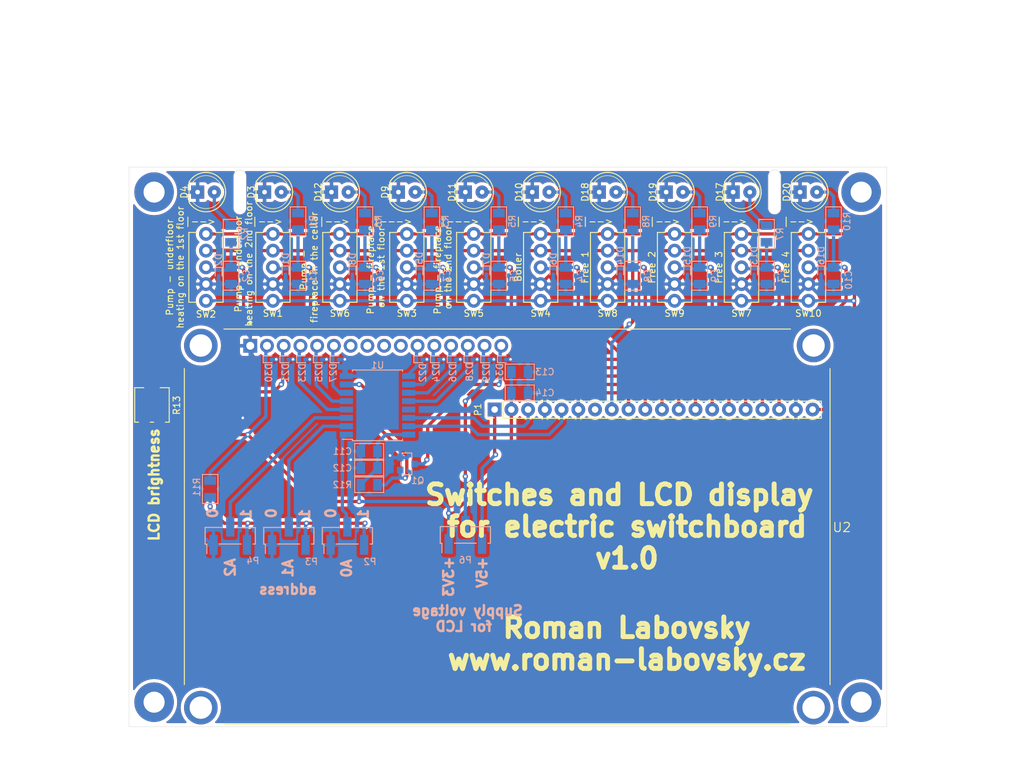
<source format=kicad_pcb>
(kicad_pcb (version 20221018) (generator pcbnew)
  (layers (0 "F.Cu" signal) (31 "B.Cu" signal) (34 "B.Paste" user) (35 "F.Paste" user) (36 "B.SilkS" user "B.Silkscreen") (37 "F.SilkS" user "F.Silkscreen") (38 "B.Mask" user) (39 "F.Mask" user) (44 "Edge.Cuts" user))
  (net 0 "")
  (net 1 "GND_A")
  (net 2 "/SWITCH_PUMP_UNDERFLOOR_HEATING_SECOND_FOOR_3V3")
  (net 3 "/SWITCH_PUMP_UNDERFLOOR_HEATING_FIRST_FOOR_3V3")
  (net 4 "/SWITCH_PUMP_FIREPLACE_FIRST_FLOOR_3V3")
  (net 5 "/SWITCH_BOILER_3V3")
  (net 6 "/SWITCH_PUMP_FIREPLACE_SECOND_FLOOR_3V3")
  (net 7 "/SWITCH_PUMP_FIREPLACE_CELLAR_3V3")
  (net 8 "/SWITCH_FREE3_3V3")
  (net 9 "/SWITCH_FREE1_3V3")
  (net 10 "/SWITCH_FREE2_3V3")
  (net 11 "/SWITCH_FREE4_3V3")
  (net 12 "Net-(D3-A)")
  (net 13 "Net-(D4-A)")
  (net 14 "Net-(D9-A)")
  (net 15 "Net-(D10-A)")
  (net 16 "Net-(D11-A)")
  (net 17 "Net-(D12-A)")
  (net 18 "Net-(D17-A)")
  (net 19 "Net-(D18-A)")
  (net 20 "Net-(D19-A)")
  (net 21 "Net-(D20-A)")
  (net 22 "/VO")
  (net 23 "/DB4")
  (net 24 "/RS")
  (net 25 "/DB5")
  (net 26 "/RW")
  (net 27 "/DB6")
  (net 28 "/CS")
  (net 29 "/DB7")
  (net 30 "/LED_A")
  (net 31 "/LED_K")
  (net 32 "Earth_Protective")
  (net 33 "OTHER_+5V")
  (net 34 "/I2C_SCL")
  (net 35 "/I2C_SDA")
  (net 36 "Net-(P2-Pad3)")
  (net 37 "/PCF8574T_A0")
  (net 38 "/PCF8574T_A1")
  (net 39 "/PCF8574T_A2")
  (net 40 "/P3_LED_K")
  (net 41 "OTHER_+3V3_A")
  (net 42 "OTHER_+3V3_B")
  (footprint "trimmer_smd_rl:TS53YJ" (layer "F.Cu") (at 28.829 112.395 -90)
    (fp_text reference "R13")
    (fp_text value "TS53YJ")
  )
  (footprint "led_tht_rl:led_d5mm_2.54mm" (layer "F.Cu") (at 87.884 80.01)
    (fp_text reference "D10")
    (fp_text value "LL-504PGC1E-G5-2B")
  )
  (footprint "led_tht_rl:led_d5mm_2.54mm" (layer "F.Cu") (at 47.244 80.01)
    (fp_text reference "D3")
    (fp_text value "LL-504PGC1E-G5-2B")
  )
  (footprint "led_tht_rl:led_d5mm_2.54mm" (layer "F.Cu") (at 37.084 80.01)
    (fp_text reference "D4")
    (fp_text value "LL-504PGC1E-G5-2B")
  )
  (footprint "led_tht_rl:led_d5mm_2.54mm" (layer "F.Cu") (at 98.044 80.01)
    (fp_text reference "D18")
    (fp_text value "LL-504PGC1E-G5-2B")
  )
  (footprint "led_tht_rl:led_d5mm_2.54mm" (layer "F.Cu") (at 118.364 80.01)
    (fp_text reference "D17")
    (fp_text value "LL-504PGC1E-G5-2B")
  )
  (footprint "led_tht_rl:led_d5mm_2.54mm" (layer "F.Cu") (at 67.564 80.01)
    (fp_text reference "D9")
    (fp_text value "LL-504PGC1E-G5-2B")
  )
  (footprint "led_tht_rl:led_d5mm_2.54mm" (layer "F.Cu") (at 77.724 80.01)
    (fp_text reference "D11")
    (fp_text value "LL-504PGC1E-G5-2B")
  )
  (footprint "led_tht_rl:led_d5mm_2.54mm" (layer "F.Cu") (at 57.404 80.01)
    (fp_text reference "D12")
    (fp_text value "LL-504PGC1E-G5-2B")
  )
  (footprint "led_tht_rl:led_d5mm_2.54mm" (layer "F.Cu") (at 128.524 80.01)
    (fp_text reference "D20")
    (fp_text value "LL-504PGC1E-G5-2B")
  )
  (footprint "connector_pin_header_2.54mm_tht_rl:1x20_pin_header_2.54mm_vertical" (layer "F.Cu") (at 80.899 113.03 90)
    (fp_text reference "P1")
    (fp_text value "112-A-S-S-20-G-38mm")
  )
  (footprint "switch_tht_rl:SMTS-102-2C2T" (layer "F.Cu") (at 128.524 91.44 -90)
    (fp_text reference "SW10")
    (fp_text value "SMTS-102-2C2T")
  )
  (footprint "switch_tht_rl:SMTS-102-2C2T" (layer "F.Cu") (at 118.364 91.44 -90)
    (fp_text reference "SW7")
    (fp_text value "SMTS-102-2C2T")
  )
  (footprint "switch_tht_rl:SMTS-102-2C2T" (layer "F.Cu") (at 67.564 91.44 -90)
    (fp_text reference "SW3")
    (fp_text value "SMTS-102-2C2T")
  )
  (footprint "switch_tht_rl:SMTS-102-2C2T" (layer "F.Cu") (at 57.404 91.44 -90)
    (fp_text reference "SW6")
    (fp_text value "SMTS-102-2C2T")
  )
  (footprint "switch_tht_rl:SMTS-102-2C2T" (layer "F.Cu") (at 98.044 91.44 -90)
    (fp_text reference "SW8")
    (fp_text value "SMTS-102-2C2T")
  )
  (footprint "switch_tht_rl:SMTS-102-2C2T" (layer "F.Cu") (at 87.884 91.44 -90)
    (fp_text reference "SW4")
    (fp_text value "SMTS-102-2C2T")
  )
  (footprint "switch_tht_rl:SMTS-102-2C2T" (layer "F.Cu") (at 37.084 91.44 -90)
    (fp_text reference "SW2")
    (fp_text value "SMTS-102-2C2T")
  )
  (footprint "switch_tht_rl:SMTS-102-2C2T" (layer "F.Cu") (at 108.204 91.44 -90)
    (fp_text reference "SW9")
    (fp_text value "SMTS-102-2C2T")
  )
  (footprint "switch_tht_rl:SMTS-102-2C2T" (layer "F.Cu") (at 77.724 91.44 -90)
    (fp_text reference "SW5")
    (fp_text value "SMTS-102-2C2T")
  )
  (footprint "switch_tht_rl:SMTS-102-2C2T" (layer "F.Cu") (at 47.244 91.44 -90)
    (fp_text reference "SW1")
    (fp_text value "SMTS-102-2C2T")
  )
  (footprint "led_tht_rl:led_d5mm_2.54mm" (layer "F.Cu") (at 108.204 80.01)
    (fp_text reference "D19")
    (fp_text value "LL-504PGC1E-G5-2B")
  )
  (footprint "lcd_rl:Module-2004a-20x4" (layer "F.Cu") (at 82.804 130.81)
    (fp_text reference "U2")
    (fp_text value "Module-2004a-20x4")
  )
  (footprint "mounting_hole_pad_rl:mounting_hole_pad_3.2x6mm" (layer "F.Cu") (at 136.525 157.48)
    (fp_text reference "H4" hide)
    (fp_text value "mounting_hole_pad_3.2x6mm" hide)
  )
  (footprint "mounting_hole_pad_rl:mounting_hole_pad_3.2x6mm" (layer "F.Cu") (at 29.21 80.01)
    (fp_text reference "H1" hide)
    (fp_text value "mounting_hole_pad_3.2x6mm" hide)
  )
  (footprint "mounting_hole_pad_rl:mounting_hole_pad_3.2x6mm" (layer "F.Cu") (at 136.525 80.01)
    (fp_text reference "H2" hide)
    (fp_text value "mounting_hole_pad_3.2x6mm" hide)
  )
  (footprint "mounting_hole_pad_rl:mounting_hole_pad_3.2x6mm" (layer "F.Cu") (at 29.21 157.48)
    (fp_text reference "H3" hide)
    (fp_text value "mounting_hole_pad_3.2x6mm" hide)
  )
  (footprint "capacitor_smd_rl:c_1206" (layer "B.Cu") (at 122.174 92.71 -90)
    (fp_text reference "C7")
    (fp_text value "100nF")
  )
  (footprint "capacitor_smd_rl:c_1206" (layer "B.Cu") (at 101.854 92.71 -90)
    (fp_text reference "C8")
    (fp_text value "100nF")
  )
  (footprint "capacitor_smd_rl:c_1206" (layer "B.Cu") (at 51.054 92.71 -90)
    (fp_text reference "C1")
    (fp_text value "100nF")
  )
  (footprint "capacitor_smd_rl:c_1206" (layer "B.Cu") (at 132.334 92.71 -90)
    (fp_text reference "C10")
    (fp_text value "100nF")
  )
  (footprint "capacitor_smd_rl:c_1206" (layer "B.Cu") (at 40.894 92.71 -90)
    (fp_text reference "C2")
    (fp_text value "100nF")
  )
  (footprint "capacitor_smd_rl:c_1206" (layer "B.Cu") (at 61.849 119.38)
    (fp_text reference "C11")
    (fp_text value "100nF")
  )
  (footprint "capacitor_smd_rl:c_1206" (layer "B.Cu") (at 61.849 121.92)
    (fp_text reference "C12")
    (fp_text value "1uF")
  )
  (footprint "capacitor_smd_rl:c_1206" (layer "B.Cu") (at 61.214 92.71 -90)
    (fp_text reference "C6")
    (fp_text value "100nF")
  )
  (footprint "capacitor_smd_rl:c_1206" (layer "B.Cu") (at 71.374 92.71 -90)
    (fp_text reference "C3")
    (fp_text value "100nF")
  )
  (footprint "capacitor_smd_rl:c_1206" (layer "B.Cu") (at 112.014 92.71 -90)
    (fp_text reference "C9")
    (fp_text value "100nF")
  )
  (footprint "capacitor_smd_rl:c_1206" (layer "B.Cu") (at 84.709 107.315 180)
    (fp_text reference "C13")
    (fp_text value "1uF")
  )
  (footprint "capacitor_smd_rl:c_1206" (layer "B.Cu") (at 91.694 92.71 -90)
    (fp_text reference "C4")
    (fp_text value "100nF")
  )
  (footprint "capacitor_smd_rl:c_1206" (layer "B.Cu") (at 81.534 92.71 -90)
    (fp_text reference "C5")
    (fp_text value "100nF")
  )
  (footprint "capacitor_smd_rl:c_1206" (layer "B.Cu") (at 84.709 110.49 180)
    (fp_text reference "C14")
    (fp_text value "100nF")
  )
  (footprint "package_sod_rl:sod_923" (layer "B.Cu") (at 49.149 92.075 -90)
    (fp_text reference "D1")
    (fp_text value "ESD9R3.3ST5G")
  )
  (footprint "package_sod_rl:sod_923" (layer "B.Cu") (at 89.789 92.075 -90)
    (fp_text reference "D6")
    (fp_text value "ESD9R3.3ST5G")
  )
  (footprint "package_sod_rl:sod_923" (layer "B.Cu") (at 38.989 92.2782 -90)
    (fp_text reference "D2")
    (fp_text value "ESD9R3.3ST5G")
  )
  (footprint "package_sod_rl:sod_923" (layer "B.Cu") (at 69.469 92.075 -90)
    (fp_text reference "D5")
    (fp_text value "ESD9R3.3ST5G")
  )
  (footprint "package_sod_rl:sod_923" (layer "B.Cu") (at 79.629 92.075 -90)
    (fp_text reference "D7")
    (fp_text value "ESD9R3.3ST5G")
  )
  (footprint "package_sod_rl:sod_923" (layer "B.Cu") (at 130.429 92.075 -90)
    (fp_text reference "D16")
    (fp_text value "ESD9R3.3ST5G")
  )
  (footprint "package_sod_rl:sod_923" (layer "B.Cu") (at 59.309 92.075 -90)
    (fp_text reference "D8")
    (fp_text value "ESD9R3.3ST5G")
  )
  (footprint "package_sod_rl:sod_923" (layer "B.Cu") (at 120.269 92.075 -90)
    (fp_text reference "D13")
    (fp_text value "ESD9R3.3ST5G")
  )
  (footprint "package_sod_rl:sod_923" (layer "B.Cu") (at 99.949 92.075 -90)
    (fp_text reference "D14")
    (fp_text value "ESD9R3.3ST5G")
  )
  (footprint "package_sod_rl:sod_923" (layer "B.Cu") (at 110.109 92.075 -90)
    (fp_text reference "D15")
    (fp_text value "ESD9R3.3ST5G")
  )
  (footprint "package_sod_rl:sod_923" (layer "B.Cu") (at 49.149 105.41)
    (fp_text reference "D21")
    (fp_text value "ESD9R3.3ST5G")
  )
  (footprint "package_sod_rl:sod_923" (layer "B.Cu") (at 69.469 105.41)
    (fp_text reference "D22")
    (fp_text value "ESD9R3.3ST5G")
  )
  (footprint "package_sod_rl:sod_923" (layer "B.Cu") (at 51.689 105.41)
    (fp_text reference "D23")
    (fp_text value "ESD9R3.3ST5G")
  )
  (footprint "package_sod_rl:sod_923" (layer "B.Cu") (at 72.009 105.41)
    (fp_text reference "D24")
    (fp_text value "ESD9R3.3ST5G")
  )
  (footprint "package_sod_rl:sod_923" (layer "B.Cu") (at 74.549 105.41)
    (fp_text reference "D26")
    (fp_text value "ESD9R3.3ST5G")
  )
  (footprint "package_sod_rl:sod_923" (layer "B.Cu") (at 79.629 105.41)
    (fp_text reference "D29")
    (fp_text value "ESD9R3.3ST5G")
  )
  (footprint "package_sod_rl:sod_923" (layer "B.Cu") (at 46.609 105.41)
    (fp_text reference "D30")
    (fp_text value "ESD9R3.3ST5G")
  )
  (footprint "connector_pin_header_2.54mm_smd_rl:1x3_pin_header_2.54mm_vertical" (layer "B.Cu") (at 40.767 132.207)
    (fp_text reference "P4")
    (fp_text value "95293-101A03LF")
  )
  (footprint "package_sot_rl:sot_23" (layer "B.Cu") (at 67.564 121.285)
    (fp_text reference "Q1")
    (fp_text value "PMV213SN,215")
  )
  (footprint "resistor_smd_rl:r_1206" (layer "B.Cu") (at 81.534 84.455 90)
    (fp_text reference "R5")
    (fp_text value "62R")
  )
  (footprint "resistor_smd_rl:r_1206" (layer "B.Cu") (at 61.214 84.455 90)
    (fp_text reference "R6")
    (fp_text value "62R")
  )
  (footprint "resistor_smd_rl:r_1206" (layer "B.Cu") (at 132.334 84.455 90)
    (fp_text reference "R10")
    (fp_text value "62R")
  )
  (footprint "resistor_smd_rl:r_1206" (layer "B.Cu") (at 51.054 84.455 90)
    (fp_text reference "R1")
    (fp_text value "62R")
  )
  (footprint "resistor_smd_rl:r_1206" (layer "B.Cu") (at 101.854 84.455 90)
    (fp_text reference "R8")
    (fp_text value "62R")
  )
  (footprint "resistor_smd_rl:r_1206" (layer "B.Cu") (at 40.894 86.36 90)
    (fp_text reference "R2")
    (fp_text value "62R")
  )
  (footprint "package_so_rl:so_16" (layer "B.Cu") (at 63.119 112.395)
    (fp_text reference "U1")
    (fp_text value "PCF8574T")
  )
  (footprint "resistor_smd_rl:r_1206" (layer "B.Cu") (at 37.719 125.095 -90)
    (fp_text reference "R11")
    (fp_text value "10k")
  )
  (footprint "resistor_smd_rl:r_1206" (layer "B.Cu") (at 112.014 84.455 90)
    (fp_text reference "R9")
    (fp_text value "62R")
  )
  (footprint "connector_pin_header_2.54mm_smd_rl:1x3_pin_header_2.54mm_vertical" (layer "B.Cu") (at 49.657 132.207)
    (fp_text reference "P3")
    (fp_text value "95293-101A03LF")
  )
  (footprint "resistor_smd_rl:r_1206" (layer "B.Cu") (at 71.374 84.455 90)
    (fp_text reference "R3")
    (fp_text value "62R")
  )
  (footprint "resistor_smd_rl:r_1206" (layer "B.Cu") (at 91.694 84.455 90)
    (fp_text reference "R4")
    (fp_text value "62R")
  )
  (footprint "package_sod_rl:sod_923" (layer "B.Cu") (at 77.089 105.41)
    (fp_text reference "D28")
    (fp_text value "ESD9R3.3ST5G")
  )
  (footprint "package_sod_rl:sod_923" (layer "B.Cu") (at 54.229 105.41)
    (fp_text reference "D25")
    (fp_text value "ESD9R3.3ST5G")
  )
  (footprint "package_sod_rl:sod_923" (layer "B.Cu") (at 56.769 105.41)
    (fp_text reference "D27")
    (fp_text value "ESD9R3.3ST5G")
  )
  (footprint "resistor_smd_rl:r_1206" (layer "B.Cu") (at 61.849 124.46)
    (fp_text reference "R12")
    (fp_text value "10k")
  )
  (footprint "package_sod_rl:sod_923" (layer "B.Cu") (at 82.169 105.41)
    (fp_text reference "D31")
    (fp_text value "ESD9R3.3ST5G")
  )
  (footprint "connector_pin_header_2.54mm_smd_rl:1x3_pin_header_2.54mm_vertical" (layer "B.Cu") (at 58.547 132.207)
    (fp_text reference "P2")
    (fp_text value "95293-101A03LF")
  )
  (footprint "connector_pin_header_2.54mm_smd_rl:1x3_pin_header_2.54mm_vertical" (layer "B.Cu") (at 76.454 132.08)
    (fp_text reference "P6")
    (fp_text value "95293-101A03LF")
  )
  (footprint "resistor_smd_rl:r_1206" (layer "B.Cu") (at 122.174 86.36 90)
    (fp_text reference "R7")
    (fp_text value "62R")
  )
  (gr_line (start 25.4 76.2) (end 140.4 76.2) (stroke (width 0.05)) (layer "Edge.Cuts"))
  (gr_line (start 25.4 76.2) (end 25.4 161.2) (stroke (width 0.05)) (layer "Edge.Cuts"))
  (gr_arc (start 43.18 82.423) (mid 42.2275 83.3755) (end 41.275 82.423) (stroke (width 0.05)) (layer "Edge.Cuts"))
  (gr_arc (start 124.333 82.423) (mid 123.3805 83.3755) (end 122.428 82.423) (stroke (width 0.05)) (layer "Edge.Cuts"))
  (gr_line (start 122.428 77.597) (end 122.428 82.423) (stroke (width 0.05)) (layer "Edge.Cuts"))
  (gr_line (start 124.333 82.423) (end 124.333 77.597) (stroke (width 0.05)) (layer "Edge.Cuts"))
  (gr_arc (start 122.428 77.597) (mid 123.3805 76.6445) (end 124.333 77.597) (stroke (width 0.05)) (layer "Edge.Cuts"))
  (gr_arc (start 41.275 77.597) (mid 42.2275 76.6445) (end 43.18 77.597) (stroke (width 0.05)) (layer "Edge.Cuts"))
  (gr_line (start 140.4 161.2) (end 140.4 76.2) (stroke (width 0.05)) (layer "Edge.Cuts"))
  (gr_line (start 43.18 82.423) (end 43.18 77.597) (stroke (width 0.05)) (layer "Edge.Cuts"))
  (gr_line (start 41.275 77.597) (end 41.275 82.423) (stroke (width 0.05)) (layer "Edge.Cuts"))
  (gr_line (start 25.4 161.2) (end 140.4 161.2) (stroke (width 0.05)) (layer "Edge.Cuts"))
  (gr_text "+5V" (at 78.994 137.795 90) (layer "B.SilkS") (effects (font (size 1.5 1.5) (thickness 0.375)) (justify mirror)))
  (gr_text "0" (at 46.99 128.778 90) (layer "B.SilkS") (effects (font (size 1.5 1.5) (thickness 0.375)) (justify mirror)))
  (gr_text "0" (at 55.88 128.778 270) (layer "B.SilkS") (effects (font (size 1.5 1.5) (thickness 0.375)) (justify mirror)))
  (gr_text "1" (at 43.18 128.905 90) (layer "B.SilkS") (effects (font (size 1.5 1.5) (thickness 0.375)) (justify mirror)))
  (gr_text "1" (at 52.07 128.905 90) (layer "B.SilkS") (effects (font (size 1.5 1.5) (thickness 0.375)) (justify mirror)))
  (gr_text "1" (at 60.96 128.905 90) (layer "B.SilkS") (effects (font (size 1.5 1.5) (thickness 0.375)) (justify mirror)))
  (gr_text "A0" (at 58.42 137.16 90) (layer "B.SilkS") (effects (font (size 1.5 1.5) (thickness 0.375)) (justify mirror)))
  (gr_text "A1" (at 49.53 137.16 90) (layer "B.SilkS") (effects (font (size 1.5 1.5) (thickness 0.375)) (justify mirror)))
  (gr_text "A2" (at 40.767 137.033 90) (layer "B.SilkS") (effects (font (size 1.5 1.5) (thickness 0.375)) (justify mirror)))
  (gr_text "address" (at 49.53 140.335) (layer "B.SilkS") (effects (font (size 1.5 1.5) (thickness 0.375)) (justify mirror)))
  (gr_text "+3V3" (at 73.914 138.43 90) (layer "B.SilkS") (effects (font (size 1.5 1.5) (thickness 0.375)) (justify mirror)))
  (gr_text "Supply voltage \nfor LCD" (at 76.2 144.78) (layer "B.SilkS") (effects (font (size 1.5 1.5) (thickness 0.375)) (justify mirror)))
  (gr_text "0" (at 38.1 128.778 90) (layer "B.SilkS") (effects (font (size 1.5 1.5) (thickness 0.375)) (justify mirror)))
  (gr_text "Roman Labovsky\nwww.roman-labovsky.cz" (at 100.965 148.59) (layer "F.SilkS") (effects (font (size 3 3) (thickness 0.75))))
  (gr_text "Pump - underfloor\nheating on the 2nd floor" (at 42.799 90.932 90) (layer "F.SilkS") (effects (font (size 1 1) (thickness 0.16))))
  (gr_text "Pump - \nfireplace in the cellar" (at 52.705 91.44 90) (layer "F.SilkS") (effects (font (size 1 1) (thickness 0.16))))
  (gr_text "Pump - fireplace \non the 1st floor" (at 62.865 91.44 90) (layer "F.SilkS") (effects (font (size 1 1) (thickness 0.16))))
  (gr_text "Pump - fireplace \non the 2nd floor" (at 73.025 91.44 90) (layer "F.SilkS") (effects (font (size 1 1) (thickness 0.16))))
  (gr_text "Boiler" (at 84.455 91.44 90) (layer "F.SilkS") (effects (font (size 1 1) (thickness 0.16))))
  (gr_text "Free 1" (at 94.615 91.44 90) (layer "F.SilkS") (effects (font (size 1 1) (thickness 0.16))))
  (gr_text "Free 2" (at 104.775 91.44 90) (layer "F.SilkS") (effects (font (size 1 1) (thickness 0.16))))
  (gr_text "Free 3" (at 114.935 91.44 90) (layer "F.SilkS") (effects (font (size 1 1) (thickness 0.16))))
  (gr_text "Free 4" (at 125.095 91.44 90) (layer "F.SilkS") (effects (font (size 1 1) (thickness 0.16))))
  (gr_text "|-->" (at 46.355 84.455) (layer "F.SilkS") (effects (font (size 1 1))))
  (gr_text "|-->" (at 56.515 84.455) (layer "F.SilkS") (effects (font (size 1 1))))
  (gr_text "|--->" (at 65.405 84.455) (layer "F.SilkS") (effects (font (size 1 1))))
  (gr_text "|--->" (at 75.565 84.455) (layer "F.SilkS") (effects (font (size 1 1))))
  (gr_text "|-->" (at 86.36 84.455) (layer "F.SilkS") (effects (font (size 1 1))))
  (gr_text "|-->" (at 96.52 84.455) (layer "F.SilkS") (effects (font (size 1 1))))
  (gr_text "|-->" (at 106.68 84.455) (layer "F.SilkS") (effects (font (size 1 1))))
  (gr_text "|-->" (at 116.84 84.455) (layer "F.SilkS") (effects (font (size 1 1))))
  (gr_text "|-->" (at 127 84.455) (layer "F.SilkS") (effects (font (size 1 1))))
  (gr_text "Switches and LCD display \nfor electric switchboard\nv1.0" (at 100.965 130.81) (layer "F.SilkS") (effects (font (size 3 3) (thickness 0.75))))
  (gr_text "Pump - underfloor\nheating on the 1st floor" (at 32.385 91.44 90) (layer "F.SilkS") (effects (font (size 1 1) (thickness 0.16))))
  (gr_text "|-->" (at 36.195 84.455) (layer "F.SilkS") (effects (font (size 1 1))))
  (gr_text "LCD brightness" (at 29.21 124.46 90) (layer "F.SilkS") (effects (font (size 1.5 1.5) (thickness 0.375))))
  (segment (start 31.307 114.337) (end 42.635 114.337) (width 0.5) (layer "F.Cu") (net 1))
  (segment (start 43.804 104.51) (end 43.804 103.35) (width 0.5) (layer "F.Cu") (net 1))
  (segment (start 44.704 105.41) (end 43.804 104.51) (width 0.5) (layer "F.Cu") (net 1))
  (segment (start 47.867198 105.41) (end 44.704 105.41) (width 0.5) (layer "F.Cu") (net 1))
  (segment (start 83.439 105.41) (end 58.039 105.41) (width 0.5) (layer "F.Cu") (net 1))
  (segment (start 52.947198 105.41) (end 50.407198 105.41) (width 0.5) (layer "F.Cu") (net 1))
  (segment (start 58.039 105.41) (end 55.487198 105.41) (width 0.5) (layer "F.Cu") (net 1))
  (segment (start 55.487198 105.41) (end 52.947198 105.41) (width 0.5) (layer "F.Cu") (net 1))
  (segment (start 47.867198 105.41) (end 50.407198 105.41) (width 0.5) (layer "F.Cu") (net 1))
  (segment (start 31.307 114.337) (end 30.037 114.337) (width 0.5) (layer "F.Cu") (net 1))
  (segment (start 64.77 120.015) (end 62.23 120.015) (width 0.5) (layer "F.Cu") (net 1))
  (segment (start 42.635 114.337) (end 42.672 114.3) (width 0.5) (layer "F.Cu") (net 1))
  (segment (start 65.024 120.015) (end 64.77 120.015) (width 0.5) (layer "F.Cu") (net 1))
  (segment (start 42.709 114.337) (end 42.762 114.337) (width 0.5) (layer "F.Cu") (net 1))
  (segment (start 59.055 120.65) (end 61.595 120.65) (width 0.5) (layer "F.Cu") (net 1))
  (segment (start 61.595 120.65) (end 62.23 120.015) (width 0.5) (layer "F.Cu") (net 1))
  (segment (start 42.672 114.3) (end 42.709 114.337) (width 0.5) (layer "F.Cu") (net 1))
  (via (at 47.752 105.41) (size 0.8) (drill 0.4) (layers "F.Cu" "B.Cu") (net 1))
  (via (at 52.832 105.41) (size 0.8) (drill 0.4) (layers "F.Cu" "B.Cu") (net 1))
  (via (at 55.372 105.41) (size 0.8) (drill 0.4) (layers "F.Cu" "B.Cu") (net 1))
  (via (at 73.152 105.41) (size 0.8) (drill 0.4) (layers "F.Cu" "B.Cu") (net 1))
  (via (at 80.772 105.41) (size 0.8) (drill 0.4) (layers "F.Cu" "B.Cu") (net 1))
  (via (at 70.612 105.41) (size 0.8) (drill 0.4) (layers "F.Cu" "B.Cu") (net 1))
  (via (at 58.166 105.41) (size 0.8) (drill 0.4) (layers "F.Cu" "B.Cu") (net 1))
  (via (at 50.292 105.41) (size 0.8) (drill 0.4) (layers "F.Cu" "B.Cu") (net 1))
  (via (at 75.692 105.41) (size 0.8) (drill 0.4) (layers "F.Cu" "B.Cu") (net 1))
  (via (at 78.232 105.41) (size 0.8) (drill 0.4) (layers "F.Cu" "B.Cu") (net 1))
  (via (at 59.055 120.65) (size 0.8) (drill 0.4) (layers "F.Cu" "B.Cu") (net 1))
  (via (at 42.672 114.3) (size 0.8) (drill 0.4) (layers "F.Cu" "B.Cu") (net 1))
  (via (at 83.312 105.41) (size 0.8) (drill 0.4) (layers "F.Cu" "B.Cu") (net 1))
  (via (at 65.024 120.015) (size 0.8) (drill 0.4) (layers "F.Cu" "B.Cu") (net 1))
  (segment (start 44.069 103.615) (end 43.804 103.35) (width 0.5) (layer "B.Cu") (net 1))
  (segment (start 44.069 113.03) (end 44.069 103.615) (width 0.5) (layer "B.Cu") (net 1))
  (segment (start 47.117 136.398) (end 47.244 136.525) (width 0.5) (layer "B.Cu") (net 1))
  (segment (start 34.544 93.345) (end 34.544 97.79) (width 0.5) (layer "B.Cu") (net 1))
  (segment (start 40.894 99.06) (end 35.814 99.06) (width 0.5) (layer "B.Cu") (net 1))
  (segment (start 34.544 97.79) (end 35.814 99.06) (width 0.5) (layer "B.Cu") (net 1))
  (segment (start 35.179 93.98) (end 34.544 93.98) (width 0.5) (layer "B.Cu") (net 1))
  (segment (start 35.179 121.92) (end 44.069 113.03) (width 0.5) (layer "B.Cu") (net 1))
  (segment (start 38.227 133.582) (end 37.951 133.582) (width 0.5) (layer "B.Cu") (net 1))
  (segment (start 37.951 133.582) (end 35.179 130.81) (width 0.5) (layer "B.Cu") (net 1))
  (segment (start 35.179 130.81) (end 35.179 121.92) (width 0.5) (layer "B.Cu") (net 1))
  (segment (start 58.039 105.41) (end 58.039 107.6025) (width 0.5) (layer "B.Cu") (net 1))
  (segment (start 58.039 107.6025) (end 58.3865 107.95) (width 0.5) (layer "B.Cu") (net 1))
  (segment (start 55.499 136.525) (end 56.007 136.017) (width 0.5) (layer "B.Cu") (net 1))
  (segment (start 38.227 135.763) (end 38.989 136.525) (width 0.5) (layer "B.Cu") (net 1))
  (segment (start 63.119 106.045) (end 62.484 105.41) (width 0.5) (layer "B.Cu") (net 1))
  (segment (start 62.484 105.41) (end 58.166 105.41) (width 0.5) (layer "B.Cu") (net 1))
  (segment (start 56.007 136.017) (end 56.007 133.582) (width 0.5) (layer "B.Cu") (net 1))
  (segment (start 60.579 119.38) (end 60.579 118.745) (width 0.5) (layer "B.Cu") (net 1))
  (segment (start 63.119 116.205) (end 63.119 106.045) (width 0.5) (layer "B.Cu") (net 1))
  (segment (start 60.579 118.745) (end 63.119 116.205) (width 0.5) (layer "B.Cu") (net 1))
  (segment (start 38.227 133.582) (end 38.227 135.763) (width 0.5) (layer "B.Cu") (net 1))
  (segment (start 43.804 101.97) (end 40.894 99.06) (width 0.5) (layer "B.Cu") (net 1))
  (segment (start 43.804 103.35) (end 43.804 101.97) (width 0.5) (layer "B.Cu") (net 1))
  (segment (start 65.344 120.335) (end 65.024 120.015) (width 0.5) (layer "B.Cu") (net 1))
  (segment (start 66.564 120.335) (end 65.344 120.335) (width 0.5) (layer "B.Cu") (net 1))
  (segment (start 38.989 136.525) (end 47.244 136.525) (width 0.5) (layer "B.Cu") (net 1))
  (segment (start 47.117 133.582) (end 47.117 136.398) (width 0.5) (layer "B.Cu") (net 1))
  (segment (start 47.244 136.525) (end 55.499 136.525) (width 0.5) (layer "B.Cu") (net 1))
  (segment (start 49.5808 105.41) (end 50.292 105.41) (width 0.5) (layer "B.Cu") (net 1))
  (segment (start 86.614 80.01) (end 86.614 83.185) (width 0.5) (layer "B.Cu") (net 1))
  (segment (start 75.184 93.98) (end 85.344 93.98) (width 0.5) (layer "B.Cu") (net 1))
  (segment (start 85.344 93.98) (end 89.789 93.98) (width 0.5) (layer "B.Cu") (net 1))
  (segment (start 86.614 83.185) (end 85.344 84.455) (width 0.5) (layer "B.Cu") (net 1))
  (segment (start 85.344 84.455) (end 85.344 93.98) (width 0.5) (layer "B.Cu") (net 1))
  (segment (start 105.664 84.455) (end 105.664 93.98) (width 0.5) (layer "B.Cu") (net 1))
  (segment (start 99.949 93.98) (end 105.664 93.98) (width 0.5) (layer "B.Cu") (net 1))
  (segment (start 106.934 80.01) (end 106.934 83.185) (width 0.5) (layer "B.Cu") (net 1))
  (segment (start 105.664 93.98) (end 108.204 93.98) (width 0.5) (layer "B.Cu") (net 1))
  (segment (start 106.934 83.185) (end 105.664 84.455) (width 0.5) (layer "B.Cu") (net 1))
  (segment (start 35.814 83.185) (end 34.544 84.455) (width 0.5) (layer "B.Cu") (net 1))
  (segment (start 35.814 80.01) (end 35.814 83.185) (width 0.5) (layer "B.Cu") (net 1))
  (segment (start 125.984 93.98) (end 128.524 93.98) (width 0.5) (layer "B.Cu") (net 1))
  (segment (start 40.894 93.98) (end 40.259 93.98) (width 0.5) (layer "B.Cu") (net 1))
  (segment (start 127.254 83.185) (end 125.984 84.455) (width 0.5) (layer "B.Cu") (net 1))
  (segment (start 120.269 93.98) (end 125.984 93.98) (width 0.5) (layer "B.Cu") (net 1))
  (segment (start 125.984 84.455) (end 125.984 93.98) (width 0.5) (layer "B.Cu") (net 1))
  (segment (start 127.254 80.01) (end 127.254 83.185) (width 0.5) (layer "B.Cu") (net 1))
  (segment (start 38.989 93.98) (end 40.894 93.98) (width 0.5) (layer "B.Cu") (net 1))
  (segment (start 37.084 93.98) (end 38.989 93.98) (width 0.5) (layer "B.Cu") (net 1))
  (segment (start 38.989 92.71) (end 38.989 93.98) (width 0.5) (layer "B.Cu") (net 1))
  (segment (start 117.094 83.185) (end 115.824 84.455) (width 0.5) (layer "B.Cu") (net 1))
  (segment (start 117.094 80.01) (end 117.094 83.185) (width 0.5) (layer "B.Cu") (net 1))
  (segment (start 115.824 84.455) (end 115.824 93.98) (width 0.5) (layer "B.Cu") (net 1))
  (segment (start 127.254 107.95) (end 126.619 108.585) (width 0.5) (layer "B.Cu") (net 1))
  (segment (start 126.619 108.585) (end 126.619 113.03) (width 0.5) (layer "B.Cu") (net 1))
  (segment (start 115.824 93.98) (end 120.269 93.98) (width 0.5) (layer "B.Cu") (net 1))
  (segment (start 99.949 92.5068) (end 99.949 93.98) (width 0.5) (layer "B.Cu") (net 1))
  (segment (start 110.109 93.98) (end 115.824 93.98) (width 0.5) (layer "B.Cu") (net 1))
  (segment (start 76.454 80.01) (end 76.454 83.185) (width 0.5) (layer "B.Cu") (net 1))
  (segment (start 76.454 83.185) (end 75.184 84.455) (width 0.5) (layer "B.Cu") (net 1))
  (segment (start 136.779 95.25) (end 136.779 97.155) (width 0.5) (layer "B.Cu") (net 1))
  (segment (start 132.334 93.98) (end 135.509 93.98) (width 0.5) (layer "B.Cu") (net 1))
  (segment (start 130.429 107.95) (end 127.254 107.95) (width 0.5) (layer "B.Cu") (net 1))
  (segment (start 133.604 104.775) (end 130.429 107.95) (width 0.5) (layer "B.Cu") (net 1))
  (segment (start 133.604 100.33) (end 133.604 104.775) (width 0.5) (layer "B.Cu") (net 1))
  (segment (start 136.779 97.155) (end 133.604 100.33) (width 0.5) (layer "B.Cu") (net 1))
  (segment (start 71.374 93.98) (end 75.184 93.98) (width 0.5) (layer "B.Cu") (net 1))
  (segment (start 75.184 84.455) (end 75.184 93.98) (width 0.5) (layer "B.Cu") (net 1))
  (segment (start 135.509 93.98) (end 136.779 95.25) (width 0.5) (layer "B.Cu") (net 1))
  (segment (start 120.269 92.5068) (end 120.269 93.98) (width 0.5) (layer "B.Cu") (net 1))
  (segment (start 108.204 93.98) (end 110.109 93.98) (width 0.5) (layer "B.Cu") (net 1))
  (segment (start 110.109 92.5068) (end 110.109 93.98) (width 0.5) (layer "B.Cu") (net 1))
  (segment (start 95.504 93.98) (end 99.949 93.98) (width 0.5) (layer "B.Cu") (net 1))
  (segment (start 89.789 93.98) (end 95.504 93.98) (width 0.5) (layer "B.Cu") (net 1))
  (segment (start 96.774 83.185) (end 95.504 84.455) (width 0.5) (layer "B.Cu") (net 1))
  (segment (start 128.524 93.98) (end 130.429 93.98) (width 0.5) (layer "B.Cu") (net 1))
  (segment (start 95.504 84.455) (end 95.504 93.98) (width 0.5) (layer "B.Cu") (net 1))
  (segment (start 130.429 93.345) (end 130.429 93.98) (width 0.5) (layer "B.Cu") (net 1))
  (segment (start 130.429 92.5068) (end 130.429 93.345) (width 0.5) (layer "B.Cu") (net 1))
  (segment (start 130.429 93.98) (end 132.334 93.98) (width 0.5) (layer "B.Cu") (net 1))
  (segment (start 96.774 80.01) (end 96.774 83.185) (width 0.5) (layer "B.Cu") (net 1))
  (segment (start 89.789 92.5068) (end 89.789 93.98) (width 0.5) (layer "B.Cu") (net 1))
  (segment (start 69.469 93.98) (end 67.564 93.98) (width 0.5) (layer "B.Cu") (net 1))
  (segment (start 71.374 93.98) (end 69.469 93.98) (width 0.5) (layer "B.Cu") (net 1))
  (segment (start 69.469 92.5068) (end 69.469 93.98) (width 0.5) (layer "B.Cu") (net 1))
  (segment (start 44.704 93.98) (end 65.024 93.98) (width 0.5) (layer "B.Cu") (net 1))
  (segment (start 65.024 84.455) (end 65.024 93.98) (width 0.5) (layer "B.Cu") (net 1))
  (segment (start 56.134 83.185) (end 54.864 84.455) (width 0.5) (layer "B.Cu") (net 1))
  (segment (start 66.294 83.185) (end 65.024 84.455) (width 0.5) (layer "B.Cu") (net 1))
  (segment (start 65.024 93.98) (end 67.564 93.98) (width 0.5) (layer "B.Cu") (net 1))
  (segment (start 66.294 80.01) (end 66.294 83.185) (width 0.5) (layer "B.Cu") (net 1))
  (segment (start 54.864 84.455) (end 54.864 93.98) (width 0.5) (layer "B.Cu") (net 1))
  (segment (start 56.134 80.01) (end 56.134 83.185) (width 0.5) (layer "B.Cu") (net 1))
  (segment (start 61.214 93.98) (end 59.309 93.98) (width 0.5) (layer "B.Cu") (net 1))
  (segment (start 59.309 92.5068) (end 59.309 93.98) (width 0.5) (layer "B.Cu") (net 1))
  (segment (start 59.309 93.98) (end 57.404 93.98) (width 0.5) (layer "B.Cu") (net 1))
  (segment (start 45.974 80.01) (end 45.974 83.185) (width 0.5) (layer "B.Cu") (net 1))
  (segment (start 77.724 93.98) (end 79.629 93.98) (width 0.5) (layer "B.Cu") (net 1))
  (segment (start 44.704 84.455) (end 44.704 93.98) (width 0.5) (layer "B.Cu") (net 1))
  (segment (start 45.974 83.185) (end 44.704 84.455) (width 0.5) (layer "B.Cu") (net 1))
  (segment (start 79.629 93.98) (end 81.534 93.98) (width 0.5) (layer "B.Cu") (net 1))
  (segment (start 79.629 92.5068) (end 79.629 93.98) (width 0.5) (layer "B.Cu") (net 1))
  (segment (start 40.894 93.98) (end 44.704 93.98) (width 0.5) (layer "B.Cu") (net 1))
  (segment (start 49.149 92.5068) (end 49.149 93.98) (width 0.5) (layer "B.Cu") (net 1))
  (segment (start 49.149 93.98) (end 51.054 93.98) (width 0.5) (layer "B.Cu") (net 1))
  (segment (start 47.244 93.98) (end 49.149 93.98) (width 0.5) (layer "B.Cu") (net 1))
  (segment (start 34.544 84.455) (end 34.544 93.345) (width 0.5) (layer "B.Cu") (net 1))
  (segment (start 37.084 93.98) (end 35.179 93.98) (width 0.5) (layer "B.Cu") (net 1))
  (segment (start 80.0608 105.41) (end 80.772 105.41) (width 0.5) (layer "B.Cu") (net 1))
  (segment (start 85.979 108.585) (end 85.979 110.49) (width 0.5) (layer "B.Cu") (net 1))
  (segment (start 91.694 108.585) (end 85.979 108.585) (width 0.5) (layer "B.Cu") (net 1))
  (segment (start 93.599 110.49) (end 91.694 108.585) (width 0.5) (layer "B.Cu") (net 1))
  (segment (start 85.979 107.315) (end 85.979 108.585) (width 0.5) (layer "B.Cu") (net 1))
  (segment (start 88.519 113.03) (end 88.519 111.125) (width 0.5) (layer "B.Cu") (net 1))
  (segment (start 88.519 111.125) (end 87.884 110.49) (width 0.5) (layer "B.Cu") (net 1))
  (segment (start 87.884 110.49) (end 85.979 110.49) (width 0.5) (layer "B.Cu") (net 1))
  (segment (start 72.4408 105.41) (end 73.152 105.41) (width 0.5) (layer "B.Cu") (net 1))
  (segment (start 82.6008 105.41) (end 83.312 105.41) (width 0.5) (layer "B.Cu") (net 1))
  (segment (start 77.5208 105.41) (end 78.232 105.41) (width 0.5) (layer "B.Cu") (net 1))
  (segment (start 93.599 113.03) (end 93.599 110.49) (width 0.5) (layer "B.Cu") (net 1))
  (segment (start 69.9008 105.41) (end 70.612 105.41) (width 0.5) (layer "B.Cu") (net 1))
  (segment (start 54.6608 105.41) (end 55.372 105.41) (width 0.5) (layer "B.Cu") (net 1))
  (segment (start 74.9808 105.41) (end 75.692 105.41) (width 0.5) (layer "B.Cu") (net 1))
  (segment (start 47.0408 105.41) (end 47.752 105.41) (width 0.5) (layer "B.Cu") (net 1))
  (segment (start 52.1208 105.41) (end 52.832 105.41) (width 0.5) (layer "B.Cu") (net 1))
  (segment (start 57.2008 105.41) (end 58.039 105.41) (width 0.5) (layer "B.Cu") (net 1))
  (segment (start 85.344 105.41) (end 85.979 106.045) (width 0.5) (layer "B.Cu") (net 1))
  (segment (start 85.979 106.045) (end 85.979 107.315) (width 0.5) (layer "B.Cu") (net 1))
  (segment (start 83.439 105.41) (end 85.344 105.41) (width 0.5) (layer "B.Cu") (net 1))
  (segment (start 60.325 120.65) (end 60.579 120.396) (width 0.5) (layer "B.Cu") (net 1))
  (segment (start 80.772 105.41) (end 80.887198 105.41) (width 0.5) (layer "B.Cu") (net 1))
  (segment (start 70.612 105.41) (end 70.727198 105.41) (width 0.5) (layer "B.Cu") (net 1))
  (segment (start 60.579 120.396) (end 60.579 119.38) (width 0.5) (layer "B.Cu") (net 1))
  (segment (start 52.832 105.41) (end 52.947198 105.41) (width 0.5) (layer "B.Cu") (net 1))
  (segment (start 58.166 105.41) (end 58.039 105.41) (width 0.5) (layer "B.Cu") (net 1))
  (segment (start 60.579 121.92) (end 60.579 120.396) (width 0.5) (layer "B.Cu") (net 1))
  (segment (start 83.312 105.41) (end 83.439 105.41) (width 0.5) (layer "B.Cu") (net 1))
  (segment (start 75.692 105.41) (end 75.807198 105.41) (width 0.5) (layer "B.Cu") (net 1))
  (segment (start 73.152 105.41) (end 73.267198 105.41) (width 0.5) (layer "B.Cu") (net 1))
  (segment (start 47.752 105.41) (end 47.867198 105.41) (width 0.5) (layer "B.Cu") (net 1))
  (segment (start 59.055 120.65) (end 60.325 120.65) (width 0.5) (layer "B.Cu") (net 1))
  (segment (start 55.372 105.41) (end 55.487198 105.41) (width 0.5) (layer "B.Cu") (net 1))
  (segment (start 78.232 105.41) (end 78.347198 105.41) (width 0.5) (layer "B.Cu") (net 1))
  (segment (start 50.292 105.41) (end 50.407198 105.41) (width 0.5) (layer "B.Cu") (net 1))
  (segment (start 52.959 99.695) (end 52.959 91.44) (width 0.5) (layer "F.Cu") (net 2))
  (segment (start 54.102 100.838) (end 52.959 99.695) (width 0.5) (layer "F.Cu") (net 2))
  (segment (start 103.759 110.49) (end 103.759 113.03) (width 0.5) (layer "F.Cu") (net 2))
  (segment (start 102.489 109.22) (end 103.759 110.49) (width 0.5) (layer "F.Cu") (net 2))
  (segment (start 85.02499 100.89999) (end 93.345 109.22) (width 0.5) (layer "F.Cu") (net 2))
  (segment (start 83.88501 100.838) (end 82.61501 100.838) (width 0.5) (layer "F.Cu") (net 2))
  (segment (start 76.2 100.838) (end 54.864 100.838) (width 0.5) (layer "F.Cu") (net 2))
  (segment (start 82.61501 100.838) (end 75.88401 100.838) (width 0.5) (layer "F.Cu") (net 2))
  (segment (start 54.864 100.838) (end 54.102 100.838) (width 0.5) (layer "F.Cu") (net 2))
  (segment (start 54.864 100.838) (end 54.47998 100.838) (width 0.5) (layer "F.Cu") (net 2))
  (segment (start 83.88501 100.838) (end 85.02499 100.838) (width 0.5) (layer "F.Cu") (net 2))
  (segment (start 93.345 109.22) (end 102.489 109.22) (width 0.5) (layer "F.Cu") (net 2))
  (via (at 52.705 91.44) (size 0.8) (drill 0.4) (layers "F.Cu" "B.Cu") (net 2))
  (segment (start 47.4472 91.6432) (end 47.244 91.44) (width 0.5) (layer "B.Cu") (net 2))
  (segment (start 51.054 91.44) (end 52.705 91.44) (width 0.5) (layer "B.Cu") (net 2))
  (segment (start 51.054 85.725) (end 51.054 91.44) (width 0.5) (layer "B.Cu") (net 2))
  (segment (start 49.149 91.6432) (end 48.7172 91.6432) (width 0.5) (layer "B.Cu") (net 2))
  (segment (start 48.7172 91.6432) (end 50.8508 91.6432) (width 0.5) (layer "B.Cu") (net 2))
  (segment (start 50.8508 91.6432) (end 51.054 91.44) (width 0.5) (layer "B.Cu") (net 2))
  (segment (start 48.7172 91.6432) (end 47.4472 91.6432) (width 0.5) (layer "B.Cu") (net 2))
  (segment (start 52.705 91.44) (end 52.959 91.44) (width 0.5) (layer "B.Cu") (net 2))
  (segment (start 42.799 91.44) (end 42.799 100.33) (width 0.5) (layer "F.Cu") (net 3))
  (segment (start 84.455 102.235) (end 83.82 101.6) (width 0.5) (layer "F.Cu") (net 3))
  (segment (start 100.584 110.49) (end 92.71 110.49) (width 0.5) (layer "F.Cu") (net 3))
  (segment (start 44.069 101.6) (end 42.799 100.33) (width 0.5) (layer "F.Cu") (net 3))
  (segment (start 101.219 113.03) (end 101.219 111.125) (width 0.5) (layer "F.Cu") (net 3))
  (segment (start 92.71 110.49) (end 84.455 102.235) (width 0.5) (layer "F.Cu") (net 3))
  (segment (start 83.82 101.6) (end 44.069 101.6) (width 0.5) (layer "F.Cu") (net 3))
  (segment (start 101.219 111.125) (end 100.584 110.49) (width 0.5) (layer "F.Cu") (net 3))
  (via (at 42.545 91.44) (size 0.8) (drill 0.4) (layers "F.Cu" "B.Cu") (net 3))
  (segment (start 40.894 91.44) (end 42.545 91.44) (width 0.5) (layer "B.Cu") (net 3))
  (segment (start 40.4876 91.8464) (end 40.894 91.44) (width 0.5) (layer "B.Cu") (net 3))
  (segment (start 38.989 91.8464) (end 40.4876 91.8464) (width 0.5) (layer "B.Cu") (net 3))
  (segment (start 37.4904 91.8464) (end 37.084 91.44) (width 0.5) (layer "B.Cu") (net 3))
  (segment (start 38.989 91.8464) (end 37.4904 91.8464) (width 0.5) (layer "B.Cu") (net 3))
  (segment (start 40.894 91.44) (end 40.894 87.63) (width 0.5) (layer "B.Cu") (net 3))
  (segment (start 42.545 91.44) (end 42.799 91.44) (width 0.5) (layer "B.Cu") (net 3))
  (segment (start 108.839 110.49) (end 108.839 113.03) (width 0.5) (layer "F.Cu") (net 4))
  (segment (start 74.168 99.06) (end 73.279 98.171) (width 0.5) (layer "F.Cu") (net 4))
  (segment (start 73.279 91.44) (end 73.279 98.171) (width 0.5) (layer "F.Cu") (net 4))
  (segment (start 94.81003 106.49403) (end 94.996 106.68) (width 0.5) (layer "F.Cu") (net 4))
  (segment (start 105.029 106.68) (end 108.839 110.49) (width 0.5) (layer "F.Cu") (net 4))
  (segment (start 94.81003 106.49403) (end 87.376 99.06) (width 0.5) (layer "F.Cu") (net 4))
  (segment (start 87.376 99.06) (end 74.168 99.06) (width 0.5) (layer "F.Cu") (net 4))
  (segment (start 94.996 106.68) (end 105.029 106.68) (width 0.5) (layer "F.Cu") (net 4))
  (via (at 73.025 91.44) (size 0.8) (drill 0.4) (layers "F.Cu" "B.Cu") (net 4))
  (segment (start 71.374 91.44) (end 73.025 91.44) (width 0.5) (layer "B.Cu") (net 4))
  (segment (start 69.469 91.6432) (end 71.1708 91.6432) (width 0.5) (layer "B.Cu") (net 4))
  (segment (start 71.1708 91.6432) (end 71.374 91.44) (width 0.5) (layer "B.Cu") (net 4))
  (segment (start 71.374 85.725) (end 71.374 91.44) (width 0.5) (layer "B.Cu") (net 4))
  (segment (start 67.7672 91.6432) (end 67.564 91.44) (width 0.5) (layer "B.Cu") (net 4))
  (segment (start 69.469 91.6432) (end 67.7672 91.6432) (width 0.5) (layer "B.Cu") (net 4))
  (segment (start 73.025 91.44) (end 73.279 91.44) (width 0.5) (layer "B.Cu") (net 4))
  (segment (start 93.599 98.171) (end 93.599 91.44) (width 0.5) (layer "F.Cu") (net 5))
  (segment (start 113.919 113.03) (end 113.919 110.49) (width 0.5) (layer "F.Cu") (net 5))
  (segment (start 113.919 110.49) (end 107.569 104.14) (width 0.5) (layer "F.Cu") (net 5))
  (segment (start 107.569 104.14) (end 99.568 104.14) (width 0.5) (layer "F.Cu") (net 5))
  (segment (start 99.568 104.14) (end 93.599 98.171) (width 0.5) (layer "F.Cu") (net 5))
  (via (at 93.345 91.44) (size 0.8) (drill 0.4) (layers "F.Cu" "B.Cu") (net 5))
  (segment (start 88.0872 91.6432) (end 87.884 91.44) (width 0.5) (layer "B.Cu") (net 5))
  (segment (start 89.789 91.6432) (end 88.0872 91.6432) (width 0.5) (layer "B.Cu") (net 5))
  (segment (start 91.694 85.725) (end 91.694 91.44) (width 0.5) (layer "B.Cu") (net 5))
  (segment (start 89.789 91.6432) (end 91.4908 91.6432) (width 0.5) (layer "B.Cu") (net 5))
  (segment (start 91.4908 91.6432) (end 91.694 91.44) (width 0.5) (layer "B.Cu") (net 5))
  (segment (start 91.694 91.44) (end 93.345 91.44) (width 0.5) (layer "B.Cu") (net 5))
  (segment (start 93.345 91.44) (end 93.599 91.44) (width 0.5) (layer "B.Cu") (net 5))
  (segment (start 83.439 91.44) (end 83.439 97.79) (width 0.5) (layer "F.Cu") (net 6))
  (segment (start 106.299 105.41) (end 111.379 110.49) (width 0.5) (layer "F.Cu") (net 6))
  (segment (start 88.392 98.298) (end 88.646 98.552) (width 0.5) (layer "F.Cu") (net 6))
  (segment (start 83.947 98.298) (end 83.439 97.79) (width 0.5) (layer "F.Cu") (net 6))
  (segment (start 84.836 98.298) (end 86.35396 98.298) (width 0.5) (layer "F.Cu") (net 6))
  (segment (start 84.836 98.298) (end 83.947 98.298) (width 0.5) (layer "F.Cu") (net 6))
  (segment (start 95.504 105.41) (end 106.299 105.41) (width 0.5) (layer "F.Cu") (net 6))
  (segment (start 94.996 104.902) (end 95.504 105.41) (width 0.5) (layer "F.Cu") (net 6))
  (segment (start 94.996 104.902) (end 95.25604 105.16204) (width 0.5) (layer "F.Cu") (net 6))
  (segment (start 111.379 110.49) (end 111.379 113.03) (width 0.5) (layer "F.Cu") (net 6))
  (segment (start 86.37208 98.298) (end 88.392 98.298) (width 0.5) (layer "F.Cu") (net 6))
  (segment (start 88.646 98.552) (end 94.996 104.902) (width 0.5) (layer "F.Cu") (net 6))
  (via (at 83.185 91.44) (size 0.8) (drill 0.4) (layers "F.Cu" "B.Cu") (net 6))
  (segment (start 81.534 85.725) (end 81.534 91.44) (width 0.5) (layer "B.Cu") (net 6))
  (segment (start 81.3308 91.6432) (end 81.534 91.44) (width 0.5) (layer "B.Cu") (net 6))
  (segment (start 79.629 91.6432) (end 81.3308 91.6432) (width 0.5) (layer "B.Cu") (net 6))
  (segment (start 79.629 91.6432) (end 77.9272 91.6432) (width 0.5) (layer "B.Cu") (net 6))
  (segment (start 77.9272 91.6432) (end 77.724 91.44) (width 0.5) (layer "B.Cu") (net 6))
  (segment (start 81.534 91.44) (end 83.185 91.44) (width 0.5) (layer "B.Cu") (net 6))
  (segment (start 83.185 91.44) (end 83.439 91.44) (width 0.5) (layer "B.Cu") (net 6))
  (segment (start 63.119 98.425) (end 63.119 99.06) (width 0.5) (layer "F.Cu") (net 7))
  (segment (start 63.119 91.44) (end 63.119 98.425) (width 0.5) (layer "F.Cu") (net 7))
  (segment (start 82.602074 99.822) (end 83.312 99.822) (width 0.5) (layer "F.Cu") (net 7))
  (segment (start 106.299 110.49) (end 103.759 107.95) (width 0.5) (layer "F.Cu") (net 7))
  (segment (start 63.881 99.822) (end 63.119 99.06) (width 0.5) (layer "F.Cu") (net 7))
  (segment (start 83.439 99.822) (end 86.36 99.822) (width 0.5) (layer "F.Cu") (net 7))
  (segment (start 73.66 99.822) (end 82.859094 99.822) (width 0.5) (layer "F.Cu") (net 7))
  (segment (start 106.299 113.03) (end 106.299 110.49) (width 0.5) (layer "F.Cu") (net 7))
  (segment (start 73.66 99.822) (end 63.881 99.822) (width 0.5) (layer "F.Cu") (net 7))
  (segment (start 103.759 107.95) (end 94.488 107.95) (width 0.5) (layer "F.Cu") (net 7))
  (segment (start 86.36 99.822) (end 94.488 107.95) (width 0.5) (layer "F.Cu") (net 7))
  (via (at 62.865 91.44) (size 0.8) (drill 0.4) (layers "F.Cu" "B.Cu") (net 7))
  (segment (start 59.309 91.6432) (end 57.6072 91.6432) (width 0.5) (layer "B.Cu") (net 7))
  (segment (start 57.6072 91.6432) (end 57.404 91.44) (width 0.5) (layer "B.Cu") (net 7))
  (segment (start 61.214 85.725) (end 61.214 90.805) (width 0.5) (layer "B.Cu") (net 7))
  (segment (start 59.309 91.6432) (end 61.0108 91.6432) (width 0.5) (layer "B.Cu") (net 7))
  (segment (start 61.0108 91.6432) (end 61.214 91.44) (width 0.5) (layer "B.Cu") (net 7))
  (segment (start 61.214 91.44) (end 62.865 91.44) (width 0.5) (layer "B.Cu") (net 7))
  (segment (start 62.865 91.44) (end 63.119 91.44) (width 0.5) (layer "B.Cu") (net 7))
  (segment (start 121.539 99.695) (end 121.539 113.03) (width 0.5) (layer "F.Cu") (net 8))
  (segment (start 124.079 97.155) (end 121.539 99.695) (width 0.5) (layer "F.Cu") (net 8))
  (segment (start 124.079 91.44) (end 124.079 97.155) (width 0.5) (layer "F.Cu") (net 8))
  (via (at 123.825 91.44) (size 0.8) (drill 0.4) (layers "F.Cu" "B.Cu") (net 8))
  (segment (start 122.174 91.44) (end 123.825 91.44) (width 0.5) (layer "B.Cu") (net 8))
  (segment (start 120.269 91.6432) (end 121.9708 91.6432) (width 0.5) (layer "B.Cu") (net 8))
  (segment (start 121.9708 91.6432) (end 122.174 91.44) (width 0.5) (layer "B.Cu") (net 8))
  (segment (start 118.5672 91.6432) (end 118.364 91.44) (width 0.5) (layer "B.Cu") (net 8))
  (segment (start 120.269 91.6432) (end 118.5672 91.6432) (width 0.5) (layer "B.Cu") (net 8))
  (segment (start 122.174 91.44) (end 122.174 87.63) (width 0.5) (layer "B.Cu") (net 8))
  (segment (start 123.825 91.44) (end 124.079 91.44) (width 0.5) (layer "B.Cu") (net 8))
  (segment (start 103.759 98.044) (end 103.759 96.266) (width 0.5) (layer "F.Cu") (net 9))
  (segment (start 116.459 113.03) (end 116.459 110.744) (width 0.5) (layer "F.Cu") (net 9))
  (segment (start 116.459 110.744) (end 103.759 98.044) (width 0.5) (layer "F.Cu") (net 9))
  (segment (start 103.759 96.266) (end 103.759 91.44) (width 0.5) (layer "F.Cu") (net 9))
  (via (at 103.505 91.44) (size 0.8) (drill 0.4) (layers "F.Cu" "B.Cu") (net 9))
  (segment (start 101.854 91.44) (end 103.505 91.44) (width 0.5) (layer "B.Cu") (net 9))
  (segment (start 99.949 91.6432) (end 101.6508 91.6432) (width 0.5) (layer "B.Cu") (net 9))
  (segment (start 101.6508 91.6432) (end 101.854 91.44) (width 0.5) (layer "B.Cu") (net 9))
  (segment (start 101.854 85.725) (end 101.854 91.44) (width 0.5) (layer "B.Cu") (net 9))
  (segment (start 99.949 91.6432) (end 98.2472 91.6432) (width 0.5) (layer "B.Cu") (net 9))
  (segment (start 98.2472 91.6432) (end 98.044 91.44) (width 0.5) (layer "B.Cu") (net 9))
  (segment (start 103.505 91.44) (end 103.759 91.44) (width 0.5) (layer "B.Cu") (net 9))
  (segment (start 113.919 91.44) (end 113.919 105.41) (width 0.5) (layer "F.Cu") (net 10))
  (segment (start 118.999 110.49) (end 118.999 113.03) (width 0.5) (layer "F.Cu") (net 10))
  (segment (start 113.919 105.41) (end 118.999 110.49) (width 0.5) (layer "F.Cu") (net 10))
  (via (at 113.665 91.44) (size 0.8) (drill 0.4) (layers "F.Cu" "B.Cu") (net 10))
  (segment (start 112.014 91.44) (end 113.665 91.44) (width 0.5) (layer "B.Cu") (net 10))
  (segment (start 108.4072 91.6432) (end 108.204 91.44) (width 0.5) (layer "B.Cu") (net 10))
  (segment (start 110.109 91.6432) (end 108.4072 91.6432) (width 0.5) (layer "B.Cu") (net 10))
  (segment (start 112.014 85.725) (end 112.014 91.44) (width 0.5) (layer "B.Cu") (net 10))
  (segment (start 111.8108 91.6432) (end 112.014 91.44) (width 0.5) (layer "B.Cu") (net 10))
  (segment (start 110.109 91.6432) (end 111.8108 91.6432) (width 0.5) (layer "B.Cu") (net 10))
  (segment (start 113.665 91.44) (end 113.919 91.44) (width 0.5) (layer "B.Cu") (net 10))
  (segment (start 124.079 100.965) (end 124.079 113.03) (width 0.5) (layer "F.Cu") (net 11))
  (segment (start 125.984 99.06) (end 124.079 100.965) (width 0.5) (layer "F.Cu") (net 11))
  (segment (start 134.239 96.52) (end 131.699 99.06) (width 0.5) (layer "F.Cu") (net 11))
  (segment (start 134.239 91.44) (end 134.239 96.52) (width 0.5) (layer "F.Cu") (net 11))
  (segment (start 131.699 99.06) (end 125.984 99.06) (width 0.5) (layer "F.Cu") (net 11))
  (via (at 133.985 91.44) (size 0.8) (drill 0.4) (layers "F.Cu" "B.Cu") (net 11))
  (segment (start 132.334 91.44) (end 133.985 91.44) (width 0.5) (layer "B.Cu") (net 11))
  (segment (start 132.334 85.725) (end 132.334 91.44) (width 0.5) (layer "B.Cu") (net 11))
  (segment (start 132.1308 91.6432) (end 132.334 91.44) (width 0.5) (layer "B.Cu") (net 11))
  (segment (start 130.429 91.6432) (end 132.1308 91.6432) (width 0.5) (layer "B.Cu") (net 11))
  (segment (start 128.7272 91.6432) (end 128.524 91.44) (width 0.5) (layer "B.Cu") (net 11))
  (segment (start 130.429 91.6432) (end 128.7272 91.6432) (width 0.5) (layer "B.Cu") (net 11))
  (segment (start 133.985 91.44) (end 134.239 91.44) (width 0.5) (layer "B.Cu") (net 11))
  (segment (start 51.054 80.645) (end 51.054 83.185) (width 0.5) (layer "B.Cu") (net 12))
  (segment (start 48.514 80.01) (end 50.419 80.01) (width 0.5) (layer "B.Cu") (net 12))
  (segment (start 50.419 80.01) (end 51.054 80.645) (width 0.5) (layer "B.Cu") (net 12))
  (segment (start 40.82899 85.02499) (end 40.894 85.02499) (width 0.5) (layer "B.Cu") (net 13))
  (segment (start 40.132 84.328) (end 40.82899 85.02499) (width 0.5) (layer "B.Cu") (net 13))
  (segment (start 38.354 82.48499) (end 40.894 85.02499) (width 0.5) (layer "B.Cu") (net 13))
  (segment (start 38.354 80.01) (end 38.354 82.48499) (width 0.5) (layer "B.Cu") (net 13))
  (segment (start 71.374 80.645) (end 71.374 83.185) (width 0.5) (layer "B.Cu") (net 14))
  (segment (start 68.834 80.01) (end 70.739 80.01) (width 0.5) (layer "B.Cu") (net 14))
  (segment (start 70.739 80.01) (end 71.374 80.645) (width 0.5) (layer "B.Cu") (net 14))
  (segment (start 89.154 80.01) (end 91.059 80.01) (width 0.5) (layer "B.Cu") (net 15))
  (segment (start 91.059 80.01) (end 91.694 80.645) (width 0.5) (layer "B.Cu") (net 15))
  (segment (start 91.694 80.645) (end 91.694 83.185) (width 0.5) (layer "B.Cu") (net 15))
  (segment (start 80.899 80.01) (end 81.534 80.645) (width 0.5) (layer "B.Cu") (net 16))
  (segment (start 78.994 80.01) (end 80.899 80.01) (width 0.5) (layer "B.Cu") (net 16))
  (segment (start 81.534 80.645) (end 81.534 83.185) (width 0.5) (layer "B.Cu") (net 16))
  (segment (start 61.214 80.645) (end 61.214 83.185) (width 0.5) (layer "B.Cu") (net 17))
  (segment (start 58.674 80.01) (end 60.579 80.01) (width 0.5) (layer "B.Cu") (net 17))
  (segment (start 60.579 80.01) (end 61.214 80.645) (width 0.5) (layer "B.Cu") (net 17))
  (segment (start 119.634 82.804) (end 119.634 80.01) (width 0.5) (layer "B.Cu") (net 18))
  (segment (start 121.92 85.09) (end 119.634 82.804) (width 0.5) (layer "B.Cu") (net 18))
  (segment (start 122.174 85.09) (end 121.92 85.09) (width 0.5) (layer "B.Cu") (net 18))
  (segment (start 101.219 80.01) (end 101.854 80.645) (width 0.5) (layer "B.Cu") (net 19))
  (segment (start 99.314 80.01) (end 101.219 80.01) (width 0.5) (layer "B.Cu") (net 19))
  (segment (start 101.854 80.645) (end 101.854 83.185) (width 0.5) (layer "B.Cu") (net 19))
  (segment (start 109.474 80.01) (end 111.379 80.01) (width 0.5) (layer "B.Cu") (net 20))
  (segment (start 111.379 80.01) (end 112.014 80.645) (width 0.5) (layer "B.Cu") (net 20))
  (segment (start 112.014 80.645) (end 112.014 83.185) (width 0.5) (layer "B.Cu") (net 20))
  (segment (start 129.794 80.01) (end 131.699 80.01) (width 0.5) (layer "B.Cu") (net 21))
  (segment (start 132.334 80.645) (end 132.334 83.185) (width 0.5) (layer "B.Cu") (net 21))
  (segment (start 131.699 80.01) (end 132.334 80.645) (width 0.5) (layer "B.Cu") (net 21))
  (segment (start 30.157 110.337) (end 28.887 110.337) (width 0.5) (layer "F.Cu") (net 22))
  (segment (start 30.157 110.337) (end 45.873 110.337) (width 0.5) (layer "F.Cu") (net 22))
  (segment (start 47.397 110.337) (end 48.514 109.22) (width 0.5) (layer "F.Cu") (net 22))
  (segment (start 45.873 110.337) (end 47.397 110.337) (width 0.5) (layer "F.Cu") (net 22))
  (via (at 48.514 109.22) (size 0.8) (drill 0.4) (layers "F.Cu" "B.Cu") (net 22))
  (segment (start 48.7172 104.9782) (end 48.7172 105.41) (width 0.5) (layer "B.Cu") (net 22))
  (segment (start 48.7172 103.5168) (end 48.7172 104.9782) (width 0.5) (layer "B.Cu") (net 22))
  (segment (start 48.884 103.35) (end 48.7172 103.5168) (width 0.5) (layer "B.Cu") (net 22))
  (segment (start 48.7172 109.0168) (end 48.514 109.22) (width 0.5) (layer "B.Cu") (net 22))
  (segment (start 48.7172 107.7722) (end 48.7172 104.9782) (width 0.5) (layer "B.Cu") (net 22))
  (segment (start 48.7172 107.7722) (end 48.7172 109.0168) (width 0.5) (layer "B.Cu") (net 22))
  (segment (start 69.0372 105.41) (end 69.0372 106.4768) (width 0.5) (layer "B.Cu") (net 23))
  (segment (start 69.0372 105.41) (end 69.0372 103.5168) (width 0.5) (layer "B.Cu") (net 23))
  (segment (start 69.0372 103.5168) (end 69.204 103.35) (width 0.5) (layer "B.Cu") (net 23))
  (segment (start 67.8515 107.95) (end 67.8515 107.6625) (width 0.5) (layer "B.Cu") (net 23))
  (segment (start 67.8515 107.6625) (end 69.0372 106.4768) (width 0.5) (layer "B.Cu") (net 23))
  (segment (start 55.499 113.03) (end 51.2572 108.7882) (width 0.5) (layer "B.Cu") (net 24))
  (segment (start 51.2572 105.41) (end 51.2572 104.3432) (width 0.5) (layer "B.Cu") (net 24))
  (segment (start 58.3865 113.03) (end 55.499 113.03) (width 0.5) (layer "B.Cu") (net 24))
  (segment (start 51.2572 108.7882) (end 51.2572 104.3432) (width 0.5) (layer "B.Cu") (net 24))
  (segment (start 51.2572 104.3432) (end 51.2572 103.5168) (width 0.5) (layer "B.Cu") (net 24))
  (segment (start 51.2572 103.5168) (end 51.424 103.35) (width 0.5) (layer "B.Cu") (net 24))
  (segment (start 67.8515 109.22) (end 69.9865 109.22) (width 0.5) (layer "B.Cu") (net 25))
  (segment (start 69.9865 109.22) (end 71.5772 107.6293) (width 0.5) (layer "B.Cu") (net 25))
  (segment (start 71.5772 107.6293) (end 71.5772 105.2068) (width 0.5) (layer "B.Cu") (net 25))
  (segment (start 71.5772 105.2068) (end 71.5772 103.5168) (width 0.5) (layer "B.Cu") (net 25))
  (segment (start 71.5772 105.41) (end 71.5772 105.2068) (width 0.5) (layer "B.Cu") (net 25))
  (segment (start 71.5772 103.5168) (end 71.744 103.35) (width 0.5) (layer "B.Cu") (net 25))
  (segment (start 53.7972 104.9782) (end 53.7972 103.5168) (width 0.5) (layer "B.Cu") (net 26))
  (segment (start 53.7972 105.41) (end 53.7972 104.9782) (width 0.5) (layer "B.Cu") (net 26))
  (segment (start 53.7972 109.3057) (end 53.7972 104.9782) (width 0.5) (layer "B.Cu") (net 26))
  (segment (start 56.2515 111.76) (end 53.7972 109.3057) (width 0.5) (layer "B.Cu") (net 26))
  (segment (start 58.3865 111.76) (end 56.2515 111.76) (width 0.5) (layer "B.Cu") (net 26))
  (segment (start 53.7972 103.5168) (end 53.964 103.35) (width 0.5) (layer "B.Cu") (net 26))
  (segment (start 74.1172 103.5168) (end 74.284 103.35) (width 0.5) (layer "B.Cu") (net 27))
  (segment (start 74.1172 105.2068) (end 74.1172 103.5168) (width 0.5) (layer "B.Cu") (net 27))
  (segment (start 74.1172 105.41) (end 74.1172 105.2068) (width 0.5) (layer "B.Cu") (net 27))
  (segment (start 74.1172 107.1118) (end 74.1172 105.2068) (width 0.5) (layer "B.Cu") (net 27))
  (segment (start 70.739 110.49) (end 74.1172 107.1118) (width 0.5) (layer "B.Cu") (net 27))
  (segment (start 67.8515 110.49) (end 70.739 110.49) (width 0.5) (layer "B.Cu") (net 27))
  (segment (start 56.3372 105.41) (end 56.3372 105.2068) (width 0.5) (layer "B.Cu") (net 28))
  (segment (start 56.3372 105.2068) (end 56.3372 103.5168) (width 0.5) (layer "B.Cu") (net 28))
  (segment (start 56.3372 103.5168) (end 56.504 103.35) (width 0.5) (layer "B.Cu") (net 28))
  (segment (start 56.3372 109.4232) (end 56.3372 105.2068) (width 0.5) (layer "B.Cu") (net 28))
  (segment (start 58.3865 110.49) (end 57.404 110.49) (width 0.5) (layer "B.Cu") (net 28))
  (segment (start 57.404 110.49) (end 56.3372 109.4232) (width 0.5) (layer "B.Cu") (net 28))
  (segment (start 67.8515 111.76) (end 72.009 111.76) (width 0.5) (layer "B.Cu") (net 29))
  (segment (start 72.009 111.76) (end 76.6572 107.1118) (width 0.5) (layer "B.Cu") (net 29))
  (segment (start 76.6572 104.9782) (end 76.6572 103.5168) (width 0.5) (layer "B.Cu") (net 29))
  (segment (start 76.6572 105.41) (end 76.6572 104.9782) (width 0.5) (layer "B.Cu") (net 29))
  (segment (start 76.6572 107.1118) (end 76.6572 104.9782) (width 0.5) (layer "B.Cu") (net 29))
  (segment (start 76.6572 103.5168) (end 76.824 103.35) (width 0.5) (layer "B.Cu") (net 29))
  (segment (start 76.454 123.19) (end 76.454 111.76) (width 0.5) (layer "F.Cu") (net 30))
  (via (at 76.454 111.76) (size 0.8) (drill 0.4) (layers "F.Cu" "B.Cu") (net 30))
  (via (at 76.454 123.19) (size 0.8) (drill 0.4) (layers "F.Cu" "B.Cu") (net 30))
  (segment (start 79.1972 108.3818) (end 79.197199 109.016801) (width 0.5) (layer "B.Cu") (net 30))
  (segment (start 79.1972 105.41) (end 79.1972 103.5168) (width 0.5) (layer "B.Cu") (net 30))
  (segment (start 79.1972 103.5168) (end 79.364 103.35) (width 0.5) (layer "B.Cu") (net 30))
  (segment (start 79.1972 105.41) (end 79.1972 108.3818) (width 0.5) (layer "B.Cu") (net 30))
  (segment (start 79.197199 109.016801) (end 76.454 111.76) (width 0.5) (layer "B.Cu") (net 30))
  (segment (start 76.454 130.705) (end 76.454 123.19) (width 0.5) (layer "B.Cu") (net 30))
  (segment (start 70.739 120.65) (end 70.739 115.57) (width 0.5) (layer "F.Cu") (net 31))
  (segment (start 77.089 109.22) (end 76.962 109.347) (width 0.5) (layer "F.Cu") (net 31))
  (segment (start 81.534 109.22) (end 77.089 109.22) (width 0.5) (layer "F.Cu") (net 31))
  (segment (start 70.739 115.57) (end 76.962 109.347) (width 0.5) (layer "F.Cu") (net 31))
  (via (at 70.612 120.65) (size 0.8) (drill 0.4) (layers "F.Cu" "B.Cu") (net 31))
  (via (at 81.534 109.22) (size 0.8) (drill 0.4) (layers "F.Cu" "B.Cu") (net 31))
  (segment (start 70.104 121.285) (end 70.612 120.777) (width 0.5) (layer "B.Cu") (net 31))
  (segment (start 68.764 121.285) (end 70.104 121.285) (width 0.5) (layer "B.Cu") (net 31))
  (segment (start 81.7372 103.5168) (end 81.904 103.35) (width 0.5) (layer "B.Cu") (net 31))
  (segment (start 81.7372 105.41) (end 81.7372 103.5168) (width 0.5) (layer "B.Cu") (net 31))
  (segment (start 70.739 120.65) (end 70.739 120.65) (width 0.5) (layer "B.Cu") (net 31))
  (segment (start 70.612 120.65) (end 70.739 120.65) (width 0.5) (layer "B.Cu") (net 31))
  (segment (start 81.7372 106.2228) (end 81.7372 109.0168) (width 0.5) (layer "B.Cu") (net 31))
  (segment (start 81.7372 109.0168) (end 81.534 109.22) (width 0.5) (layer "B.Cu") (net 31))
  (segment (start 70.612 120.777) (end 70.612 120.65) (width 0.5) (layer "B.Cu") (net 31))
  (segment (start 81.7372 106.2228) (end 81.7372 105.41) (width 0.5) (layer "B.Cu") (net 31))
  (segment (start 135.509 96.52) (end 135.509 109.855) (width 0.5) (layer "F.Cu") (net 32))
  (segment (start 129.159 113.03) (end 132.334 113.03) (width 0.5) (layer "F.Cu") (net 32))
  (segment (start 37.084 86.36) (end 128.524 86.36) (width 0.5) (layer "F.Cu") (net 32))
  (segment (start 135.509 87.63) (end 134.239 86.36) (width 0.5) (layer "F.Cu") (net 32))
  (segment (start 134.5565 110.8075) (end 132.334 113.03) (width 0.5) (layer "F.Cu") (net 32))
  (segment (start 135.509 96.52) (end 135.509 87.63) (width 0.5) (layer "F.Cu") (net 32))
  (segment (start 134.239 86.36) (end 128.524 86.36) (width 0.5) (layer "F.Cu") (net 32))
  (segment (start 135.509 109.855) (end 134.5565 110.8075) (width 0.5) (layer "F.Cu") (net 32))
  (via (at 135.382 96.52) (size 0.8) (drill 0.4) (layers "F.Cu" "B.Cu") (net 32))
  (segment (start 37.084 96.52) (end 47.244 96.52) (width 0.5) (layer "B.Cu") (net 32))
  (segment (start 135.509 96.52) (end 135.382 96.52) (width 0.5) (layer "B.Cu") (net 32))
  (segment (start 47.244 96.52) (end 128.524 96.52) (width 0.5) (layer "B.Cu") (net 32))
  (segment (start 135.382 96.52) (end 128.524 96.52) (width 0.5) (layer "B.Cu") (net 32))
  (segment (start 80.899 120.015) (end 80.899 113.03) (width 0.5) (layer "F.Cu") (net 33))
  (via (at 81.026 119.888) (size 0.8) (drill 0.4) (layers "F.Cu" "B.Cu") (net 33))
  (segment (start 78.994 121.92) (end 81.026 119.888) (width 0.5) (layer "B.Cu") (net 33))
  (segment (start 78.994 133.455) (end 78.994 121.92) (width 0.5) (layer "B.Cu") (net 33))
  (segment (start 85.344 115.57) (end 85.979 114.935) (width 0.5) (layer "B.Cu") (net 34))
  (segment (start 78.994 115.57) (end 85.344 115.57) (width 0.5) (layer "B.Cu") (net 34))
  (segment (start 85.979 114.935) (end 85.979 113.03) (width 0.5) (layer "B.Cu") (net 34))
  (segment (start 77.724 114.3) (end 78.994 115.57) (width 0.5) (layer "B.Cu") (net 34))
  (segment (start 67.8515 114.3) (end 77.724 114.3) (width 0.5) (layer "B.Cu") (net 34))
  (segment (start 67.8515 115.57) (end 77.089 115.57) (width 0.5) (layer "B.Cu") (net 35))
  (segment (start 91.059 114.935) (end 91.059 113.03) (width 0.5) (layer "B.Cu") (net 35))
  (segment (start 89.154 116.84) (end 91.059 114.935) (width 0.5) (layer "B.Cu") (net 35))
  (segment (start 77.089 115.57) (end 78.359 116.84) (width 0.5) (layer "B.Cu") (net 35))
  (segment (start 78.359 116.84) (end 89.154 116.84) (width 0.5) (layer "B.Cu") (net 35))
  (segment (start 43.434 130.302) (end 39.878 130.302) (width 0.5) (layer "F.Cu") (net 36))
  (segment (start 39.878 130.302) (end 37.719 128.143) (width 0.5) (layer "F.Cu") (net 36))
  (segment (start 61.214 130.302) (end 52.324 130.302) (width 0.5) (layer "F.Cu") (net 36))
  (segment (start 37.719 128.143) (end 37.719 127.762) (width 0.5) (layer "F.Cu") (net 36))
  (segment (start 52.324 130.302) (end 43.434 130.302) (width 0.5) (layer "F.Cu") (net 36))
  (via (at 43.434 130.302) (size 0.8) (drill 0.4) (layers "F.Cu" "B.Cu") (net 36))
  (via (at 37.719 127.762) (size 0.8) (drill 0.4) (layers "F.Cu" "B.Cu") (net 36))
  (via (at 52.324 130.302) (size 0.8) (drill 0.4) (layers "F.Cu" "B.Cu") (net 36))
  (via (at 61.214 130.302) (size 0.8) (drill 0.4) (layers "F.Cu" "B.Cu") (net 36))
  (segment (start 43.307 133.582) (end 43.307 130.937) (width 0.5) (layer "B.Cu") (net 36))
  (segment (start 52.197 133.582) (end 52.197 130.937) (width 0.5) (layer "B.Cu") (net 36))
  (segment (start 61.087 130.429) (end 61.214 130.302) (width 0.5) (layer "B.Cu") (net 36))
  (segment (start 61.087 131.953) (end 61.087 130.429) (width 0.5) (layer "B.Cu") (net 36))
  (segment (start 61.087 131.953) (end 61.087 130.937) (width 0.5) (layer "B.Cu") (net 36))
  (segment (start 37.719 126.365) (end 37.719 127.762) (width 0.5) (layer "B.Cu") (net 36))
  (segment (start 43.307 130.429) (end 43.434 130.302) (width 0.5) (layer "B.Cu") (net 36))
  (segment (start 61.087 133.582) (end 61.087 131.953) (width 0.5) (layer "B.Cu") (net 36))
  (segment (start 43.307 133.582) (end 43.307 130.429) (width 0.5) (layer "B.Cu") (net 36))
  (segment (start 52.197 133.582) (end 52.197 130.429) (width 0.5) (layer "B.Cu") (net 36))
  (segment (start 52.197 130.429) (end 52.324 130.302) (width 0.5) (layer "B.Cu") (net 36))
  (segment (start 58.3865 130.6715) (end 58.547 130.832) (width 0.5) (layer "B.Cu") (net 37))
  (segment (start 57.785 117.475) (end 57.785 128.27) (width 0.5) (layer "B.Cu") (net 37))
  (segment (start 58.3865 128.8715) (end 58.3865 130.6715) (width 0.5) (layer "B.Cu") (net 37))
  (segment (start 58.3865 116.8735) (end 57.785 117.475) (width 0.5) (layer "B.Cu") (net 37))
  (segment (start 58.3865 116.84) (end 58.3865 116.8735) (width 0.5) (layer "B.Cu") (net 37))
  (segment (start 57.785 128.27) (end 58.3865 128.8715) (width 0.5) (layer "B.Cu") (net 37))
  (segment (start 54.864 115.57) (end 58.3865 115.57) (width 0.5) (layer "B.Cu") (net 38))
  (segment (start 49.657 130.832) (end 49.657 120.777) (width 0.5) (layer "B.Cu") (net 38))
  (segment (start 49.657 120.777) (end 54.864 115.57) (width 0.5) (layer "B.Cu") (net 38))
  (segment (start 40.767 127.127) (end 40.767 130.832) (width 0.5) (layer "B.Cu") (net 39))
  (segment (start 58.3865 114.3) (end 53.594 114.3) (width 0.5) (layer "B.Cu") (net 39))
  (segment (start 53.594 114.3) (end 40.767 127.127) (width 0.5) (layer "B.Cu") (net 39))
  (segment (start 63.119 111.76) (end 60.579 109.22) (width 0.5) (layer "F.Cu") (net 40))
  (segment (start 67.564 123.19) (end 67.564 120.015) (width 0.5) (layer "F.Cu") (net 40))
  (segment (start 66.294 118.745) (end 63.119 115.57) (width 0.5) (layer "F.Cu") (net 40))
  (segment (start 67.564 120.015) (end 66.294 118.745) (width 0.5) (layer "F.Cu") (net 40))
  (segment (start 63.119 115.57) (end 63.119 111.76) (width 0.5) (layer "F.Cu") (net 40))
  (via (at 67.31 123.444) (size 0.8) (drill 0.4) (layers "F.Cu" "B.Cu") (net 40))
  (via (at 60.325 109.22) (size 0.8) (drill 0.4) (layers "F.Cu" "B.Cu") (net 40))
  (segment (start 63.119 124.46) (end 64.339 124.46) (width 0.5) (layer "B.Cu") (net 40))
  (segment (start 66.564 122.235) (end 66.609 122.235) (width 0.5) (layer "B.Cu") (net 40))
  (segment (start 63.119 124.46) (end 64.389 124.46) (width 0.5) (layer "B.Cu") (net 40))
  (segment (start 60.198 109.22) (end 58.3865 109.22) (width 0.5) (layer "B.Cu") (net 40))
  (segment (start 66.421 123.444) (end 65.355 123.444) (width 0.5) (layer "B.Cu") (net 40))
  (segment (start 60.325 109.22) (end 60.198 109.22) (width 0.5) (layer "B.Cu") (net 40))
  (segment (start 65.355 123.444) (end 64.872 123.927) (width 0.5) (layer "B.Cu") (net 40))
  (segment (start 66.564 123.301) (end 66.421 123.444) (width 0.5) (layer "B.Cu") (net 40))
  (segment (start 66.564 122.235) (end 66.564 123.301) (width 0.5) (layer "B.Cu") (net 40))
  (segment (start 64.339 124.46) (end 64.872 123.927) (width 0.5) (layer "B.Cu") (net 40))
  (segment (start 67.31 123.444) (end 66.421 123.444) (width 0.5) (layer "B.Cu") (net 40))
  (segment (start 28.194 116.84) (end 30.099 116.84) (width 0.5) (layer "F.Cu") (net 41))
  (segment (start 27.737 114.337) (end 27.737 116.383) (width 0.5) (layer "F.Cu") (net 41))
  (segment (start 27.737 116.383) (end 28.194 116.84) (width 0.5) (layer "F.Cu") (net 41))
  (segment (start 83.439 113.03) (end 83.439 120.015) (width 0.5) (layer "F.Cu") (net 41))
  (segment (start 41.529 116.84) (end 30.099 116.84) (width 0.5) (layer "F.Cu") (net 41))
  (segment (start 41.529 116.84) (end 43.434 116.84) (width 0.5) (layer "F.Cu") (net 41))
  (segment (start 83.439 120.015) (end 82.4865 120.9675) (width 0.5) (layer "F.Cu") (net 41))
  (segment (start 80.264 123.19) (end 82.4865 120.9675) (width 0.5) (layer "F.Cu") (net 41))
  (segment (start 74.676 128.778) (end 80.264 123.19) (width 0.5) (layer "F.Cu") (net 41))
  (segment (start 60.325 127) (end 53.594 127) (width 0.5) (layer "F.Cu") (net 41))
  (segment (start 53.594 127) (end 43.434 116.84) (width 0.5) (layer "F.Cu") (net 41))
  (segment (start 73.914 128.778) (end 74.676 128.778) (width 0.5) (layer "F.Cu") (net 41))
  (via (at 43.434 116.84) (size 0.8) (drill 0.4) (layers "F.Cu" "B.Cu") (net 41))
  (via (at 73.914 128.778) (size 0.8) (drill 0.4) (layers "F.Cu" "B.Cu") (net 41))
  (via (at 60.325 127) (size 0.8) (drill 0.4) (layers "F.Cu" "B.Cu") (net 41))
  (segment (start 46.1772 103.5168) (end 46.344 103.35) (width 0.5) (layer "B.Cu") (net 41))
  (segment (start 46.1772 104.9782) (end 46.1772 103.5168) (width 0.5) (layer "B.Cu") (net 41))
  (segment (start 46.1772 105.41) (end 46.1772 104.9782) (width 0.5) (layer "B.Cu") (net 41))
  (segment (start 63.119 118.11) (end 64.389 116.84) (width 0.5) (layer "B.Cu") (net 41))
  (segment (start 63.119 119.38) (end 63.119 118.11) (width 0.5) (layer "B.Cu") (net 41))
  (segment (start 60.579 124.46) (end 63.119 121.92) (width 0.5) (layer "B.Cu") (net 41))
  (segment (start 64.389 116.84) (end 67.8515 116.84) (width 0.5) (layer "B.Cu") (net 41))
  (segment (start 37.719 123.825) (end 37.719 122.555) (width 0.5) (layer "B.Cu") (net 41))
  (segment (start 46.1772 104.9782) (end 46.1772 111.9632) (width 0.5) (layer "B.Cu") (net 41))
  (segment (start 37.719 122.555) (end 43.434 116.84) (width 0.5) (layer "B.Cu") (net 41))
  (segment (start 46.1772 114.0968) (end 46.1772 111.9632) (width 0.5) (layer "B.Cu") (net 41))
  (segment (start 73.914 128.905) (end 73.914 128.778) (width 0.5) (layer "B.Cu") (net 41))
  (segment (start 63.119 121.92) (end 63.119 119.38) (width 0.5) (layer "B.Cu") (net 41))
  (segment (start 83.439 113.03) (end 83.439 107.315) (width 0.5) (layer "B.Cu") (net 41))
  (segment (start 73.914 133.455) (end 73.914 128.905) (width 0.5) (layer "B.Cu") (net 41))
  (segment (start 73.914 127.889) (end 73.025 127) (width 0.5) (layer "B.Cu") (net 41))
  (segment (start 73.025 127) (end 63.5 127) (width 0.5) (layer "B.Cu") (net 41))
  (segment (start 73.914 128.778) (end 73.914 127.889) (width 0.5) (layer "B.Cu") (net 41))
  (segment (start 60.325 124.714) (end 60.579 124.46) (width 0.5) (layer "B.Cu") (net 41))
  (segment (start 73.914 128.778) (end 73.914 128.27) (width 0.5) (layer "B.Cu") (net 41))
  (segment (start 60.452 127) (end 60.325 127) (width 0.5) (layer "B.Cu") (net 41))
  (segment (start 63.5 127) (end 60.452 127) (width 0.5) (layer "B.Cu") (net 41))
  (segment (start 60.325 127) (end 60.325 124.714) (width 0.5) (layer "B.Cu") (net 41))
  (segment (start 43.434 116.84) (end 46.1772 114.0968) (width 0.5) (layer "B.Cu") (net 41))
  (segment (start 101.854 88.9) (end 128.524 88.9) (width 0.5) (layer "F.Cu") (net 42))
  (segment (start 37.084 88.9) (end 97.724002 88.9) (width 0.5) (layer "F.Cu") (net 42))
  (segment (start 101.219 100.33) (end 101.346 100.203) (width 0.5) (layer "F.Cu") (net 42))
  (segment (start 101.854 99.695) (end 101.854 88.9) (width 0.5) (layer "F.Cu") (net 42))
  (segment (start 97.724002 88.9) (end 101.854 88.9) (width 0.5) (layer "F.Cu") (net 42))
  (segment (start 101.346 100.203) (end 101.346 100.076) (width 0.5) (layer "F.Cu") (net 42))
  (segment (start 101.346 100.076) (end 101.473 100.076) (width 0.5) (layer "F.Cu") (net 42))
  (segment (start 101.473 100.076) (end 101.854 99.695) (width 0.5) (layer "F.Cu") (net 42))
  (via (at 101.346 100.076) (size 0.8) (drill 0.4) (layers "F.Cu" "B.Cu") (net 42))
  (segment (start 98.679 113.03) (end 98.679 102.87) (width 0.5) (layer "B.Cu") (net 42))
  (segment (start 98.8695 102.6795) (end 100.1395 101.4095) (width 0.5) (layer "B.Cu") (net 42))
  (segment (start 100.1395 101.4095) (end 101.219 100.33) (width 0.5) (layer "B.Cu") (net 42))
  (segment (start 98.679 102.87) (end 98.8695 102.6795) (width 0.5) (layer "B.Cu") (net 42))
  (zone (net 1) (net_name "GND_A") (layer "F.Cu") (connect_pads (clearance 0.508)) (min_thickness 0.254) (fill yes (thermal_gap 0.508) (thermal_bridge_width 0.508))
    (polygon (pts (xy 139.7 160.655) (xy 26.035 160.655) (xy 26.035 76.835) (xy 139.7 76.835)))
  )
  (zone (net 1) (net_name "GND_A") (layer "B.Cu") (connect_pads (clearance 0.508)) (min_thickness 0.254) (fill yes (thermal_gap 0.508) (thermal_bridge_width 0.508))
    (polygon (pts (xy 139.7 160.655) (xy 26.035 160.655) (xy 26.035 76.835) (xy 139.7 76.835)))
  )
)
</source>
